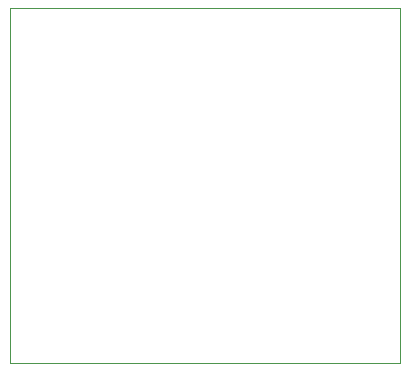
<source format=gbr>
%TF.GenerationSoftware,KiCad,Pcbnew,(5.1.10)-1*%
%TF.CreationDate,2021-10-20T01:45:52-07:00*%
%TF.ProjectId,blinky,626c696e-6b79-42e6-9b69-6361645f7063,rev?*%
%TF.SameCoordinates,Original*%
%TF.FileFunction,Profile,NP*%
%FSLAX46Y46*%
G04 Gerber Fmt 4.6, Leading zero omitted, Abs format (unit mm)*
G04 Created by KiCad (PCBNEW (5.1.10)-1) date 2021-10-20 01:45:52*
%MOMM*%
%LPD*%
G01*
G04 APERTURE LIST*
%TA.AperFunction,Profile*%
%ADD10C,0.050000*%
%TD*%
G04 APERTURE END LIST*
D10*
X126000000Y-89000000D02*
X126000000Y-119000000D01*
X159000000Y-89000000D02*
X126000000Y-89000000D01*
X159000000Y-119000000D02*
X159000000Y-89000000D01*
X126000000Y-119000000D02*
X159000000Y-119000000D01*
M02*

</source>
